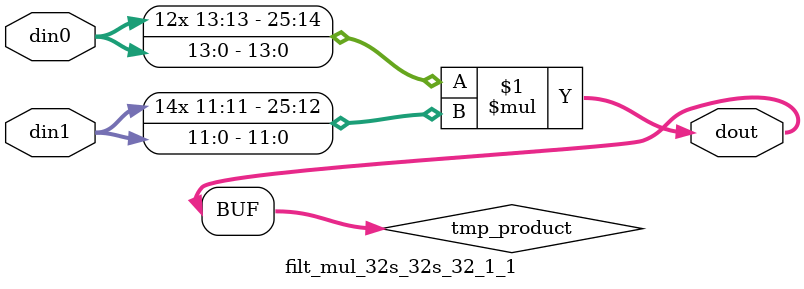
<source format=v>

`timescale 1 ns / 1 ps

  module filt_mul_32s_32s_32_1_1(din0, din1, dout);
parameter ID = 1;
parameter NUM_STAGE = 0;
parameter din0_WIDTH = 14;
parameter din1_WIDTH = 12;
parameter dout_WIDTH = 26;

input [din0_WIDTH - 1 : 0] din0; 
input [din1_WIDTH - 1 : 0] din1; 
output [dout_WIDTH - 1 : 0] dout;

wire signed [dout_WIDTH - 1 : 0] tmp_product;













assign tmp_product = $signed(din0) * $signed(din1);








assign dout = tmp_product;







endmodule

</source>
